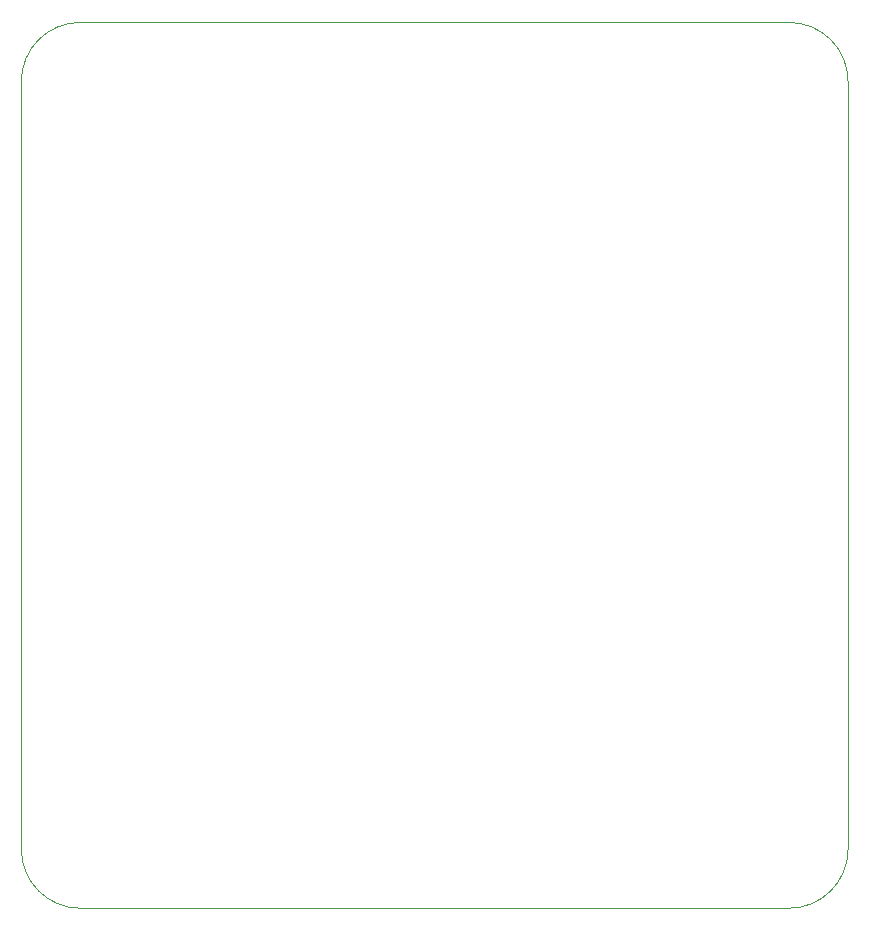
<source format=gm1>
%TF.GenerationSoftware,KiCad,Pcbnew,5.1.10*%
%TF.CreationDate,2021-07-08T07:49:19-06:00*%
%TF.ProjectId,miata-underglow,6d696174-612d-4756-9e64-6572676c6f77,rev?*%
%TF.SameCoordinates,Original*%
%TF.FileFunction,Profile,NP*%
%FSLAX46Y46*%
G04 Gerber Fmt 4.6, Leading zero omitted, Abs format (unit mm)*
G04 Created by KiCad (PCBNEW 5.1.10) date 2021-07-08 07:49:19*
%MOMM*%
%LPD*%
G01*
G04 APERTURE LIST*
%TA.AperFunction,Profile*%
%ADD10C,0.100000*%
%TD*%
G04 APERTURE END LIST*
D10*
X25000000Y-95000000D02*
G75*
G02*
X20000000Y-90000000I0J5000000D01*
G01*
X90000000Y-90000000D02*
G75*
G02*
X85000000Y-95000000I-5000000J0D01*
G01*
X85000000Y-20000000D02*
G75*
G02*
X90000000Y-25000000I0J-5000000D01*
G01*
X20000000Y-25000000D02*
G75*
G02*
X25000000Y-20000000I5000000J0D01*
G01*
X90000000Y-25000000D02*
X90000000Y-90000000D01*
X25000000Y-20000000D02*
X85000000Y-20000000D01*
X20000000Y-90000000D02*
X20000000Y-25000000D01*
X85000000Y-95000000D02*
X25000000Y-95000000D01*
M02*

</source>
